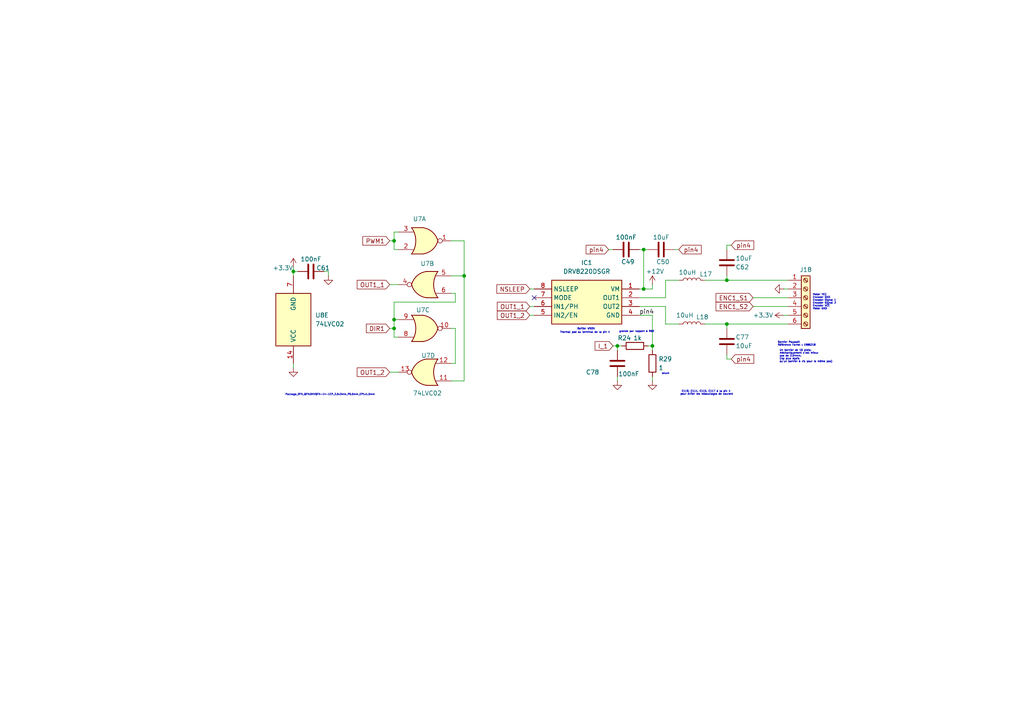
<source format=kicad_sch>
(kicad_sch (version 20231120) (generator "eeschema") (generator_version "8.0")
  (paper "A4")
  (lib_symbols
    (symbol "74xx:74HC02" (pin_names (offset 1.016))
      (property "Reference" "U" (at 0 1.27 0))
      (property "Value" "74HC02" (at 0 -1.27 0))
      (symbol "74HC02_1_1"
        (arc (start -3.81 -3.81) (mid -2.589 0) (end -3.81 3.81) (stroke (width 0.254)))
        (arc (start -0.6096 -3.81) (mid 2.1842 -2.5851) (end 3.81 0) (stroke (width 0.254)) (fill (type background)))
        (polyline (pts (xy -3.81 -3.81) (xy -0.635 -3.81)) (stroke (width 0.254)) (fill (type background)))
        (polyline (pts (xy -3.81 3.81) (xy -0.635 3.81)) (stroke (width 0.254)) (fill (type background)))
        (polyline (pts (xy -0.635 3.81) (xy -3.81 3.81) (xy -3.81 3.81) (xy -3.556 3.4036) (xy -3.0226 2.2606) (xy -2.6924 1.0414) (xy -2.6162 -0.254) (xy -2.7686 -1.4986) (xy -3.175 -2.7178) (xy -3.81 -3.81) (xy -3.81 -3.81) (xy -0.635 -3.81)) (stroke (width -25.4)) (fill (type background)))
        (arc (start 3.81 0) (mid 2.1915 2.5936) (end -0.6096 3.81) (stroke (width 0.254)) (fill (type background)))
        (pin output inverted (at 7.62 0 180) (length 3.81) (name "~") (number "1"))
        (pin input line (at -7.62 2.54 0) (length 4.318) (name "~") (number "2"))
        (pin input line (at -7.62 -2.54 0) (length 4.318) (name "~") (number "3"))
      )
      (symbol "74HC02_1_2"
        (arc (start 0 -3.81) (mid 3.7934 0) (end 0 3.81) (stroke (width 0.254)) (fill (type background)))
        (polyline (pts (xy 0 3.81) (xy -3.81 3.81) (xy -3.81 -3.81) (xy 0 -3.81)) (stroke (width 0.254)) (fill (type background)))
        (pin output line (at 7.62 0 180) (length 3.81) (name "~") (number "1"))
        (pin input inverted (at -7.62 2.54 0) (length 3.81) (name "~") (number "2"))
        (pin input inverted (at -7.62 -2.54 0) (length 3.81) (name "~") (number "3"))
      )
      (symbol "74HC02_2_1"
        (arc (start -3.81 -3.81) (mid -2.589 0) (end -3.81 3.81) (stroke (width 0.254)))
        (arc (start -0.6096 -3.81) (mid 2.1842 -2.5851) (end 3.81 0) (stroke (width 0.254)) (fill (type background)))
        (polyline (pts (xy -3.81 -3.81) (xy -0.635 -3.81)) (stroke (width 0.254)) (fill (type background)))
        (polyline (pts (xy -3.81 3.81) (xy -0.635 3.81)) (stroke (width 0.254)) (fill (type background)))
        (polyline (pts (xy -0.635 3.81) (xy -3.81 3.81) (xy -3.81 3.81) (xy -3.556 3.4036) (xy -3.0226 2.2606) (xy -2.6924 1.0414) (xy -2.6162 -0.254) (xy -2.7686 -1.4986) (xy -3.175 -2.7178) (xy -3.81 -3.81) (xy -3.81 -3.81) (xy -0.635 -3.81)) (stroke (width -25.4)) (fill (type background)))
        (arc (start 3.81 0) (mid 2.1915 2.5936) (end -0.6096 3.81) (stroke (width 0.254)) (fill (type background)))
        (pin output inverted (at 7.62 0 180) (length 3.81) (name "~") (number "4"))
        (pin input line (at -7.62 2.54 0) (length 4.318) (name "~") (number "5"))
        (pin input line (at -7.62 -2.54 0) (length 4.318) (name "~") (number "6"))
      )
      (symbol "74HC02_2_2"
        (arc (start 0 -3.81) (mid 3.7934 0) (end 0 3.81) (stroke (width 0.254)) (fill (type background)))
        (polyline (pts (xy 0 3.81) (xy -3.81 3.81) (xy -3.81 -3.81) (xy 0 -3.81)) (stroke (width 0.254)) (fill (type background)))
        (pin output line (at 7.62 0 180) (length 3.81) (name "~") (number "4"))
        (pin input inverted (at -7.62 2.54 0) (length 3.81) (name "~") (number "5"))
        (pin input inverted (at -7.62 -2.54 0) (length 3.81) (name "~") (number "6"))
      )
      (symbol "74HC02_3_1"
        (arc (start -3.81 -3.81) (mid -2.589 0) (end -3.81 3.81) (stroke (width 0.254)))
        (arc (start -0.6096 -3.81) (mid 2.1842 -2.5851) (end 3.81 0) (stroke (width 0.254)) (fill (type background)))
        (polyline (pts (xy -3.81 -3.81) (xy -0.635 -3.81)) (stroke (width 0.254)) (fill (type background)))
        (polyline (pts (xy -3.81 3.81) (xy -0.635 3.81)) (stroke (width 0.254)) (fill (type background)))
        (polyline (pts (xy -0.635 3.81) (xy -3.81 3.81) (xy -3.81 3.81) (xy -3.556 3.4036) (xy -3.0226 2.2606) (xy -2.6924 1.0414) (xy -2.6162 -0.254) (xy -2.7686 -1.4986) (xy -3.175 -2.7178) (xy -3.81 -3.81) (xy -3.81 -3.81) (xy -0.635 -3.81)) (stroke (width -25.4)) (fill (type background)))
        (arc (start 3.81 0) (mid 2.1915 2.5936) (end -0.6096 3.81) (stroke (width 0.254)) (fill (type background)))
        (pin output inverted (at 7.62 0 180) (length 3.81) (name "~") (number "10"))
        (pin input line (at -7.62 2.54 0) (length 4.318) (name "~") (number "8"))
        (pin input line (at -7.62 -2.54 0) (length 4.318) (name "~") (number "9"))
      )
      (symbol "74HC02_3_2"
        (arc (start 0 -3.81) (mid 3.7934 0) (end 0 3.81) (stroke (width 0.254)) (fill (type background)))
        (polyline (pts (xy 0 3.81) (xy -3.81 3.81) (xy -3.81 -3.81) (xy 0 -3.81)) (stroke (width 0.254)) (fill (type background)))
        (pin output line (at 7.62 0 180) (length 3.81) (name "~") (number "10"))
        (pin input inverted (at -7.62 2.54 0) (length 3.81) (name "~") (number "8"))
        (pin input inverted (at -7.62 -2.54 0) (length 3.81) (name "~") (number "9"))
      )
      (symbol "74HC02_4_1"
        (arc (start -3.81 -3.81) (mid -2.589 0) (end -3.81 3.81) (stroke (width 0.254)))
        (arc (start -0.6096 -3.81) (mid 2.1842 -2.5851) (end 3.81 0) (stroke (width 0.254)) (fill (type background)))
        (polyline (pts (xy -3.81 -3.81) (xy -0.635 -3.81)) (stroke (width 0.254)) (fill (type background)))
        (polyline (pts (xy -3.81 3.81) (xy -0.635 3.81)) (stroke (width 0.254)) (fill (type background)))
        (polyline (pts (xy -0.635 3.81) (xy -3.81 3.81) (xy -3.81 3.81) (xy -3.556 3.4036) (xy -3.0226 2.2606) (xy -2.6924 1.0414) (xy -2.6162 -0.254) (xy -2.7686 -1.4986) (xy -3.175 -2.7178) (xy -3.81 -3.81) (xy -3.81 -3.81) (xy -0.635 -3.81)) (stroke (width -25.4)) (fill (type background)))
        (arc (start 3.81 0) (mid 2.1915 2.5936) (end -0.6096 3.81) (stroke (width 0.254)) (fill (type background)))
        (pin input line (at -7.62 2.54 0) (length 4.318) (name "~") (number "11"))
        (pin input line (at -7.62 -2.54 0) (length 4.318) (name "~") (number "12"))
        (pin output inverted (at 7.62 0 180) (length 3.81) (name "~") (number "13"))
      )
      (symbol "74HC02_4_2"
        (arc (start 0 -3.81) (mid 3.7934 0) (end 0 3.81) (stroke (width 0.254)) (fill (type background)))
        (polyline (pts (xy 0 3.81) (xy -3.81 3.81) (xy -3.81 -3.81) (xy 0 -3.81)) (stroke (width 0.254)) (fill (type background)))
        (pin input inverted (at -7.62 2.54 0) (length 3.81) (name "~") (number "11"))
        (pin input inverted (at -7.62 -2.54 0) (length 3.81) (name "~") (number "12"))
        (pin output line (at 7.62 0 180) (length 3.81) (name "~") (number "13"))
      )
      (symbol "74HC02_5_0"
        (pin power_in line (at 0 12.7 270) (length 5.08) (name "VCC") (number "14"))
        (pin power_in line (at 0 -12.7 90) (length 5.08) (name "GND") (number "7"))
      )
      (symbol "74HC02_5_1"
        (rectangle (start -5.08 7.62) (end 5.08 -7.62) (stroke (width 0.254)) (fill (type background)))
      )
    )
    (symbol "Connector:Screw_Terminal_01x06" (pin_names (offset 1.016) hide)
      (property "Reference" "J" (at 0 7.62 0))
      (property "Value" "Screw_Terminal_01x06" (at 0 -10.16 0))
      (symbol "Screw_Terminal_01x06_1_1"
        (rectangle (start -1.27 6.35) (end 1.27 -8.89) (stroke (width 0.254)) (fill (type background)))
        (circle (center 0 -7.62) (radius 0.635) (stroke (width 0.1524)))
        (circle (center 0 -5.08) (radius 0.635) (stroke (width 0.1524)))
        (circle (center 0 -2.54) (radius 0.635) (stroke (width 0.1524)))
        (polyline (pts (xy -0.5334 -7.2898) (xy 0.3302 -8.128)) (stroke (width 0.1524)))
        (polyline (pts (xy -0.5334 -4.7498) (xy 0.3302 -5.588)) (stroke (width 0.1524)))
        (polyline (pts (xy -0.5334 -2.2098) (xy 0.3302 -3.048)) (stroke (width 0.1524)))
        (polyline (pts (xy -0.5334 0.3302) (xy 0.3302 -0.508)) (stroke (width 0.1524)))
        (polyline (pts (xy -0.5334 2.8702) (xy 0.3302 2.032)) (stroke (width 0.1524)))
        (polyline (pts (xy -0.5334 5.4102) (xy 0.3302 4.572)) (stroke (width 0.1524)))
        (polyline (pts (xy -0.3556 -7.112) (xy 0.508 -7.9502)) (stroke (width 0.1524)))
        (polyline (pts (xy -0.3556 -4.572) (xy 0.508 -5.4102)) (stroke (width 0.1524)))
        (polyline (pts (xy -0.3556 -2.032) (xy 0.508 -2.8702)) (stroke (width 0.1524)))
        (polyline (pts (xy -0.3556 0.508) (xy 0.508 -0.3302)) (stroke (width 0.1524)))
        (polyline (pts (xy -0.3556 3.048) (xy 0.508 2.2098)) (stroke (width 0.1524)))
        (polyline (pts (xy -0.3556 5.588) (xy 0.508 4.7498)) (stroke (width 0.1524)))
        (circle (center 0 0) (radius 0.635) (stroke (width 0.1524)))
        (circle (center 0 2.54) (radius 0.635) (stroke (width 0.1524)))
        (circle (center 0 5.08) (radius 0.635) (stroke (width 0.1524)))
        (pin passive line (at -5.08 5.08 0) (length 3.81) (name "Pin_1") (number "1"))
        (pin passive line (at -5.08 2.54 0) (length 3.81) (name "Pin_2") (number "2"))
        (pin passive line (at -5.08 0 0) (length 3.81) (name "Pin_3") (number "3"))
        (pin passive line (at -5.08 -2.54 0) (length 3.81) (name "Pin_4") (number "4"))
        (pin passive line (at -5.08 -5.08 0) (length 3.81) (name "Pin_5") (number "5"))
        (pin passive line (at -5.08 -7.62 0) (length 3.81) (name "Pin_6") (number "6"))
      )
    )
    (symbol "DRV8220DSGR:DRV8220DSGR"
      (property "Reference" "IC" (at 26.67 7.62 0))
      (property "Value" "DRV8220DSGR" (at 26.67 5.08 0))
      (symbol "DRV8220DSGR_1_1"
        (rectangle (start 5.08 2.54) (end 25.4 -10.16) (stroke (width 0.254)) (fill (type background)))
        (pin passive line (at 0 0 0) (length 5.08) (name "VM") (number "1"))
        (pin passive line (at 0 -2.54 0) (length 5.08) (name "OUT1") (number "2"))
        (pin passive line (at 0 -5.08 0) (length 5.08) (name "OUT2") (number "3"))
        (pin passive line (at 0 -7.62 0) (length 5.08) (name "GND") (number "4"))
        (pin passive line (at 30.48 -7.62 180) (length 5.08) (name "IN2/EN") (number "5"))
        (pin passive line (at 30.48 -5.08 180) (length 5.08) (name "IN1/PH") (number "6"))
        (pin passive line (at 30.48 -2.54 180) (length 5.08) (name "MODE") (number "7"))
        (pin passive line (at 30.48 0 180) (length 5.08) (name "NSLEEP") (number "8"))
      )
    )
    (symbol "Device:C" (pin_numbers hide) (pin_names (offset 0.254))
      (property "Reference" "C" (at 0.635 2.54 0))
      (property "Value" "C" (at 0.635 -2.54 0))
      (symbol "C_0_1"
        (polyline (pts (xy -2.032 -0.762) (xy 2.032 -0.762)) (stroke (width 0.508)))
        (polyline (pts (xy -2.032 0.762) (xy 2.032 0.762)) (stroke (width 0.508)))
      )
      (symbol "C_1_1"
        (pin passive line (at 0 3.81 270) (length 2.794) (name "~") (number "1"))
        (pin passive line (at 0 -3.81 90) (length 2.794) (name "~") (number "2"))
      )
    )
    (symbol "Device:L" (pin_numbers hide) (pin_names (offset 1.016) hide)
      (property "Reference" "L" (at -1.27 0 90))
      (property "Value" "L" (at 1.905 0 90))
      (symbol "L_0_1"
        (arc (start 0 -2.54) (mid 0.6323 -1.905) (end 0 -1.27))
        (arc (start 0 -1.27) (mid 0.6323 -0.635) (end 0 0))
        (arc (start 0 0) (mid 0.6323 0.635) (end 0 1.27))
        (arc (start 0 1.27) (mid 0.6323 1.905) (end 0 2.54))
      )
      (symbol "L_1_1"
        (pin passive line (at 0 3.81 270) (length 1.27) (name "1") (number "1"))
        (pin passive line (at 0 -3.81 90) (length 1.27) (name "2") (number "2"))
      )
    )
    (symbol "Device:R" (pin_numbers hide) (pin_names (offset 0))
      (property "Reference" "R" (at 2.032 0 90))
      (property "Value" "R" (at 0 0 90))
      (symbol "R_0_1"
        (rectangle (start -1.016 -2.54) (end 1.016 2.54) (stroke (width 0.254)))
      )
      (symbol "R_1_1"
        (pin passive line (at 0 3.81 270) (length 1.27) (name "~") (number "1"))
        (pin passive line (at 0 -3.81 90) (length 1.27) (name "~") (number "2"))
      )
    )
    (symbol "power:+3.3V" (power) (pin_numbers hide) (pin_names (offset 0) hide)
      (property "Value" "+3.3V" (at 0 3.556 0))
      (symbol "+3.3V_0_1"
        (polyline (pts (xy -0.762 1.27) (xy 0 2.54)))
        (polyline (pts (xy 0 0) (xy 0 2.54)))
        (polyline (pts (xy 0 2.54) (xy 0.762 1.27)))
      )
      (symbol "+3.3V_1_1"
        (pin power_in line (at 0 0 90) (length 0) (name "~") (number "1"))
      )
    )
    (symbol "power:+5V" (power) (pin_numbers hide) (pin_names (offset 0) hide)
      (property "Value" "+5V" (at 0 3.556 0))
      (symbol "+5V_0_1"
        (polyline (pts (xy -0.762 1.27) (xy 0 2.54)))
        (polyline (pts (xy 0 0) (xy 0 2.54)))
        (polyline (pts (xy 0 2.54) (xy 0.762 1.27)))
      )
      (symbol "+5V_1_1"
        (pin power_in line (at 0 0 90) (length 0) (name "~") (number "1"))
      )
    )
    (symbol "power:GND" (power) (pin_numbers hide) (pin_names (offset 0) hide)
      (property "Value" "GND" (at 0 -3.81 0))
      (symbol "GND_0_1"
        (polyline (pts (xy 0 0) (xy 0 -1.27) (xy 1.27 -1.27) (xy 0 -2.54) (xy -1.27 -1.27) (xy 0 -1.27)))
      )
      (symbol "GND_1_1"
        (pin power_in line (at 0 0 270) (length 0) (name "~") (number "1"))
      )
    )
  )
  (junction (at 189.23 100.33))
  (junction (at 114.3 92.71))
  (junction (at 179.07 100.33))
  (junction (at 85.09 78.74))
  (junction (at 210.82 93.98))
  (junction (at 114.3 95.25))
  (junction (at 114.3 69.85))
  (junction (at 186.69 72.39))
  (junction (at 186.69 83.82))
  (junction (at 134.62 80.01))
  (junction (at 210.82 81.28))
  (no_connect (at 154.94 86.36))
  (wire (pts (xy 95.25 78.74) (xy 95.25 80.01)))
  (wire (pts (xy 114.3 97.79) (xy 114.3 95.25)))
  (wire (pts (xy 189.23 82.55) (xy 189.23 83.82)))
  (wire (pts (xy 115.57 82.55) (xy 113.03 82.55)))
  (wire (pts (xy 189.23 91.44) (xy 189.23 100.33)))
  (wire (pts (xy 196.85 81.28) (xy 193.04 81.28)))
  (wire (pts (xy 132.08 105.41) (xy 132.08 95.25)))
  (wire (pts (xy 114.3 69.85) (xy 114.3 72.39)))
  (wire (pts (xy 210.82 93.98) (xy 228.6 93.98)))
  (wire (pts (xy 185.42 72.39) (xy 186.69 72.39)))
  (wire (pts (xy 114.3 95.25) (xy 113.03 95.25)))
  (wire (pts (xy 93.98 78.74) (xy 95.25 78.74)))
  (wire (pts (xy 185.42 88.9) (xy 193.04 88.9)))
  (wire (pts (xy 114.3 87.63) (xy 114.3 92.71)))
  (wire (pts (xy 210.82 93.98) (xy 210.82 95.25)))
  (wire (pts (xy 85.09 78.74) (xy 86.36 78.74)))
  (wire (pts (xy 114.3 95.25) (xy 114.3 92.71)))
  (wire (pts (xy 153.67 88.9) (xy 154.94 88.9)))
  (wire (pts (xy 204.47 93.98) (xy 210.82 93.98)))
  (wire (pts (xy 134.62 69.85) (xy 130.81 69.85)))
  (wire (pts (xy 132.08 95.25) (xy 130.81 95.25)))
  (wire (pts (xy 195.58 72.39) (xy 196.85 72.39)))
  (wire (pts (xy 210.82 71.12) (xy 212.09 71.12)))
  (wire (pts (xy 114.3 69.85) (xy 113.03 69.85)))
  (wire (pts (xy 193.04 81.28) (xy 193.04 86.36)))
  (wire (pts (xy 189.23 83.82) (xy 186.69 83.82)))
  (wire (pts (xy 153.67 83.82) (xy 154.94 83.82)))
  (wire (pts (xy 179.07 100.33) (xy 179.07 101.6)))
  (wire (pts (xy 134.62 80.01) (xy 134.62 69.85)))
  (wire (pts (xy 196.85 93.98) (xy 193.04 93.98)))
  (wire (pts (xy 115.57 107.95) (xy 113.03 107.95)))
  (wire (pts (xy 186.69 83.82) (xy 185.42 83.82)))
  (wire (pts (xy 153.67 91.44) (xy 154.94 91.44)))
  (wire (pts (xy 189.23 100.33) (xy 189.23 101.6)))
  (wire (pts (xy 85.09 105.41) (xy 85.09 106.68)))
  (wire (pts (xy 130.81 105.41) (xy 132.08 105.41)))
  (wire (pts (xy 134.62 80.01) (xy 130.81 80.01)))
  (wire (pts (xy 134.62 110.49) (xy 134.62 80.01)))
  (wire (pts (xy 193.04 93.98) (xy 193.04 88.9)))
  (wire (pts (xy 176.53 72.39) (xy 177.8 72.39)))
  (wire (pts (xy 189.23 109.22) (xy 189.23 110.49)))
  (wire (pts (xy 185.42 91.44) (xy 189.23 91.44)))
  (wire (pts (xy 179.07 109.22) (xy 179.07 110.49)))
  (wire (pts (xy 114.3 67.31) (xy 114.3 69.85)))
  (wire (pts (xy 218.44 88.9) (xy 228.6 88.9)))
  (wire (pts (xy 179.07 100.33) (xy 180.34 100.33)))
  (wire (pts (xy 132.08 85.09) (xy 132.08 87.63)))
  (wire (pts (xy 210.82 72.39) (xy 210.82 71.12)))
  (wire (pts (xy 85.09 77.47) (xy 85.09 78.74)))
  (wire (pts (xy 186.69 72.39) (xy 187.96 72.39)))
  (wire (pts (xy 130.81 110.49) (xy 134.62 110.49)))
  (wire (pts (xy 210.82 80.01) (xy 210.82 81.28)))
  (wire (pts (xy 210.82 102.87) (xy 210.82 104.14)))
  (wire (pts (xy 114.3 92.71) (xy 115.57 92.71)))
  (wire (pts (xy 132.08 87.63) (xy 114.3 87.63)))
  (wire (pts (xy 227.33 83.82) (xy 228.6 83.82)))
  (wire (pts (xy 185.42 86.36) (xy 193.04 86.36)))
  (wire (pts (xy 186.69 72.39) (xy 186.69 83.82)))
  (wire (pts (xy 187.96 100.33) (xy 189.23 100.33)))
  (wire (pts (xy 114.3 72.39) (xy 115.57 72.39)))
  (wire (pts (xy 227.33 91.44) (xy 228.6 91.44)))
  (wire (pts (xy 115.57 97.79) (xy 114.3 97.79)))
  (wire (pts (xy 130.81 85.09) (xy 132.08 85.09)))
  (wire (pts (xy 210.82 81.28) (xy 228.6 81.28)))
  (wire (pts (xy 218.44 86.36) (xy 228.6 86.36)))
  (wire (pts (xy 115.57 67.31) (xy 114.3 67.31)))
  (wire (pts (xy 204.47 81.28) (xy 210.82 81.28)))
  (wire (pts (xy 177.8 100.33) (xy 179.07 100.33)))
  (wire (pts (xy 210.82 104.14) (xy 212.09 104.14)))
  (wire (pts (xy 85.09 80.01) (xy 85.09 78.74)))
  (text "C119, C114, C115, C117 à la pin 4 \npour éviter les rebouclages de courant" (at 204.978 114.046 0) (effects (font (size 0.508 0.508))))
  (text "shunt" (at 193.04 108.458 0) (effects (font (size 0.508 0.508))))
  (text "Thermal pad au terminal de la pin 4" (at 169.672 96.52 0) (effects (font (size 0.508 0.508))))
  (text "grande par rapport à R60\n" (at 184.658 96.266 0) (effects (font (size 0.508 0.508))))
  (text "Un bornier de 16 plots, \nméchaniquement c'est mieux\npas de 2.54mm, \n(rq: plus épais \nqu'un bornier à vis pour le même pas)" (at 226.06 103.378 0) (effects (font (size 0.508 0.508)) (justify left)))
  (text "Bornier Poussoir\nRéférence Farnel : 1985218\n" (at 225.552 99.822 0) (effects (font (size 0.508 0.508)) (justify left)))
  (text "Motor VCC\nEncoder GND\nEncoder Signal 1\nEncoder Signal 2\nEncoder VCC\nMotor GND" (at 235.712 87.63 0) (effects (font (size 0.508 0.508)) (justify left)))
  (text "Boîtier WSON \n" (at 167.386 95.504 0) (effects (font (size 0.508 0.508)) (justify left)))
  (text "Package_DFN_QFN:DHVQFN-14-1EP_2.5x3mm_P0.5mm_EP1x1.5mm" (at 95.758 114.554 0) (effects (font (size 0.508 0.508))))
  (label "pin4" (at 185.42 91.44 0))
  (global_label "pin4" (shape input) (at 176.53 72.39 180) (property "Intersheetrefs" "${INTERSHEET_REFS}" (effects (hide yes))))
  (global_label "ENC1_S2" (shape input) (at 218.44 88.9 180) (property "Intersheetrefs" "${INTERSHEET_REFS}" (effects (hide yes))))
  (global_label "NSLEEP" (shape input) (at 153.67 83.82 180) (property "Intersheetrefs" "${INTERSHEET_REFS}" (effects (hide yes))))
  (global_label "OUT1_1" (shape input) (at 113.03 82.55 180) (property "Intersheetrefs" "${INTERSHEET_REFS}" (effects (hide yes))))
  (global_label "ENC1_S1" (shape input) (at 218.44 86.36 180) (property "Intersheetrefs" "${INTERSHEET_REFS}" (effects (hide yes))))
  (global_label "DIR1" (shape input) (at 113.03 95.25 180) (property "Intersheetrefs" "${INTERSHEET_REFS}" (effects (hide yes))))
  (global_label "OUT1_1" (shape input) (at 153.67 88.9 180) (property "Intersheetrefs" "${INTERSHEET_REFS}" (effects (hide yes))))
  (global_label "pin4" (shape input) (at 196.85 72.39 0) (property "Intersheetrefs" "${INTERSHEET_REFS}" (effects (hide yes))))
  (global_label "OUT1_2" (shape input) (at 153.67 91.44 180) (property "Intersheetrefs" "${INTERSHEET_REFS}" (effects (hide yes))))
  (global_label "pin4" (shape input) (at 212.09 71.12 0) (property "Intersheetrefs" "${INTERSHEET_REFS}" (effects (hide yes))))
  (global_label "OUT1_2" (shape input) (at 113.03 107.95 180) (property "Intersheetrefs" "${INTERSHEET_REFS}" (effects (hide yes))))
  (global_label "PWM1" (shape input) (at 113.03 69.85 180) (property "Intersheetrefs" "${INTERSHEET_REFS}" (effects (hide yes))))
  (global_label "pin4" (shape input) (at 212.09 104.14 0) (property "Intersheetrefs" "${INTERSHEET_REFS}" (effects (hide yes))))
  (global_label "I_1" (shape input) (at 177.8 100.33 180) (property "Intersheetrefs" "${INTERSHEET_REFS}" (effects (hide yes))))
  (symbol (lib_id "power:+5V") (at 189.23 82.55 0) (unit 1)
    (property "Reference" "#PWR053" (effects (hide yes)))
    (property "Value" "+12V" (at 189.992 78.74 0))
    (property "Description" "Power symbol creates a global label with name \"+5V\"" (effects (hide yes)))
  )
  (symbol (lib_id "Device:L") (at 200.66 81.28 90) (unit 1)
    (property "Reference" "L17" (at 204.724 79.502 90))
    (property "Value" "10uH" (at 199.39 78.994 90))
    (property "Description" "Inductor" (effects (hide yes)))
  )
  (symbol (lib_id "74xx:74HC02") (at 123.19 69.85 0) (mirror x) (unit 1)
    (property "Reference" "U7" (at 121.666 63.5 0))
    (property "Value" "74LVC02" (effects (hide yes)))
    (property "Datasheet" "http://www.ti.com/lit/gpn/sn74hc02" (effects (hide yes)))
    (property "Description" "quad 2-input NOR gate" (effects (hide yes)))
  )
  (symbol (lib_id "74xx:74HC02") (at 85.09 92.71 180) (unit 5)
    (property "Reference" "U8" (at 91.44 91.4399 0) (effects (justify right)))
    (property "Value" "74LVC02" (at 91.44 93.9799 0) (effects (justify right)))
    (property "Datasheet" "http://www.ti.com/lit/gpn/sn74hc02" (effects (hide yes)))
    (property "Description" "quad 2-input NOR gate" (effects (hide yes)))
  )
  (symbol (lib_id "power:GND") (at 179.07 110.49 0) (unit 1)
    (property "Reference" "#PWR055" (effects (hide yes)))
    (property "Value" "GND" (effects (hide yes)))
    (property "Description" "Power symbol creates a global label with name \"GND\" , ground" (effects (hide yes)))
  )
  (symbol (lib_id "power:+3.3V") (at 227.33 91.44 90) (unit 1)
    (property "Reference" "#PWR061" (effects (hide yes)))
    (property "Value" "+3.3V" (at 224.282 91.44 90) (effects (justify left)))
    (property "Description" "Power symbol creates a global label with name \"+3.3V\"" (effects (hide yes)))
  )
  (symbol (lib_id "Device:C") (at 191.77 72.39 90) (unit 1)
    (property "Reference" "C50" (at 192.278 75.946 90))
    (property "Value" "10uF" (at 191.77 68.834 90))
    (property "Description" "Unpolarized capacitor" (effects (hide yes)))
  )
  (symbol (lib_id "power:+5V") (at 85.09 77.47 0) (unit 1)
    (property "Reference" "#PWR051" (effects (hide yes)))
    (property "Value" "+3.3V" (at 82.042 77.724 0))
    (property "Description" "Power symbol creates a global label with name \"+5V\"" (effects (hide yes)))
  )
  (symbol (lib_id "74xx:74HC02") (at 123.19 95.25 0) (mirror x) (unit 3)
    (property "Reference" "U7" (at 122.682 89.916 0))
    (property "Value" "74LVC02" (effects (hide yes)))
    (property "Datasheet" "http://www.ti.com/lit/gpn/sn74hc02" (effects (hide yes)))
    (property "Description" "quad 2-input NOR gate" (effects (hide yes)))
  )
  (symbol (lib_id "power:GND") (at 189.23 110.49 0) (unit 1)
    (property "Reference" "#PWR056" (effects (hide yes)))
    (property "Value" "GND" (effects (hide yes)))
    (property "Description" "Power symbol creates a global label with name \"GND\" , ground" (effects (hide yes)))
  )
  (symbol (lib_id "Device:C") (at 90.17 78.74 90) (unit 1)
    (property "Reference" "C61" (at 93.726 77.724 90))
    (property "Value" "100nF" (at 90.17 75.184 90))
    (property "Description" "Unpolarized capacitor" (effects (hide yes)))
  )
  (symbol (lib_id "Device:R") (at 184.15 100.33 90) (unit 1)
    (property "Reference" "R24" (at 181.102 98.044 90))
    (property "Value" "1k" (at 184.912 98.044 90))
    (property "Description" "Resistor" (effects (hide yes)))
  )
  (symbol (lib_id "Device:C") (at 210.82 76.2 0) (mirror x) (unit 1)
    (property "Reference" "C62" (at 213.36 77.47 0) (effects (justify left)))
    (property "Value" "10uF" (at 213.36 74.93 0) (effects (justify left)))
    (property "Description" "Unpolarized capacitor" (effects (hide yes)))
  )
  (symbol (lib_id "74xx:74HC02") (at 123.19 82.55 0) (mirror y) (unit 2)
    (property "Reference" "U7" (at 123.952 76.454 0))
    (property "Value" "74LVC02" (effects (hide yes)))
    (property "Datasheet" "http://www.ti.com/lit/gpn/sn74hc02" (effects (hide yes)))
    (property "Description" "quad 2-input NOR gate" (effects (hide yes)))
  )
  (symbol (lib_id "Connector:Screw_Terminal_01x06") (at 233.68 86.36 0) (unit 1)
    (property "Reference" "J18" (at 231.902 78.232 0) (effects (justify left)))
    (property "Value" "Screw_Terminal_01x06" (effects (hide yes)))
    (property "Description" "Generic screw terminal, single row, 01x06, script generated (kicad-library-utils/schlib/autogen/connector/)" (effects (hide yes)))
  )
  (symbol (lib_id "Device:R") (at 189.23 105.41 0) (unit 1)
    (property "Reference" "R29" (at 191.008 104.14 0) (effects (justify left)))
    (property "Value" "1" (at 191.008 106.68 0) (effects (justify left)))
    (property "Description" "Resistor" (effects (hide yes)))
  )
  (symbol (lib_id "Device:L") (at 200.66 93.98 90) (unit 1)
    (property "Reference" "L18" (at 203.708 91.948 90))
    (property "Value" "10uH" (at 198.628 91.44 90))
    (property "Description" "Inductor" (effects (hide yes)))
  )
  (symbol (lib_id "Device:C") (at 210.82 99.06 0) (unit 1)
    (property "Reference" "C77" (at 213.36 97.79 0) (effects (justify left)))
    (property "Value" "10uF" (at 213.36 100.33 0) (effects (justify left)))
    (property "Description" "Unpolarized capacitor" (effects (hide yes)))
  )
  (symbol (lib_id "74xx:74HC02") (at 123.19 107.95 180) (unit 4)
    (property "Reference" "U7" (at 124.206 103.124 0))
    (property "Value" "74LVC02" (at 123.952 114.046 0))
    (property "Datasheet" "http://www.ti.com/lit/gpn/sn74hc02" (effects (hide yes)))
    (property "Description" "quad 2-input NOR gate" (effects (hide yes)))
  )
  (symbol (lib_id "power:GND") (at 227.33 83.82 270) (unit 1)
    (property "Reference" "#PWR062" (effects (hide yes)))
    (property "Value" "GND" (effects (hide yes)))
    (property "Description" "Power symbol creates a global label with name \"GND\" , ground" (effects (hide yes)))
  )
  (symbol (lib_id "Device:C") (at 179.07 105.41 0) (unit 1)
    (property "Reference" "C78" (at 169.926 107.95 0) (effects (justify left)))
    (property "Value" "100nF" (at 179.324 108.458 0) (effects (justify left)))
    (property "Description" "Unpolarized capacitor" (effects (hide yes)))
  )
  (symbol (lib_id "DRV8220DSGR:DRV8220DSGR") (at 185.42 83.82 0) (mirror y) (unit 1)
    (property "Reference" "IC1" (at 170.18 76.2 0))
    (property "Value" "DRV8220DSGR" (at 170.18 78.74 0))
    (property "Datasheet" "https://www.ti.com/lit/gpn/drv8220" (effects (hide yes)))
    (property "Description" "DRV8220DSGR" (effects (hide yes)))
    (property "Height" "0.8" (effects (hide yes)))
    (property "Mouser Part Number" "595-DRV8220DSGR" (effects (hide yes)))
    (property "Mouser Price/Stock" "https://www.mouser.co.uk/ProductDetail/Texas-Instruments/DRV8220DSGR?qs=A6eO%252BMLsxmR1BpX9iMystg%3D%3D" (effects (hide yes)))
    (property "Manufacturer_Name" "Texas Instruments" (effects (hide yes)))
    (property "Manufacturer_Part_Number" "DRV8220DSGR" (effects (hide yes)))
  )
  (symbol (lib_id "power:GND") (at 95.25 80.01 0) (unit 1)
    (property "Reference" "#PWR052" (effects (hide yes)))
    (property "Value" "GND" (effects (hide yes)))
    (property "Description" "Power symbol creates a global label with name \"GND\" , ground" (effects (hide yes)))
  )
  (symbol (lib_id "power:GND") (at 85.09 106.68 0) (unit 1)
    (property "Reference" "#PWR054" (effects (hide yes)))
    (property "Value" "GND" (effects (hide yes)))
    (property "Description" "Power symbol creates a global label with name \"GND\" , ground" (effects (hide yes)))
  )
  (symbol (lib_id "Device:C") (at 181.61 72.39 90) (unit 1)
    (property "Reference" "C49" (at 182.118 75.946 90))
    (property "Value" "100nF" (at 181.61 68.834 90))
    (property "Description" "Unpolarized capacitor" (effects (hide yes)))
  )
)
</source>
